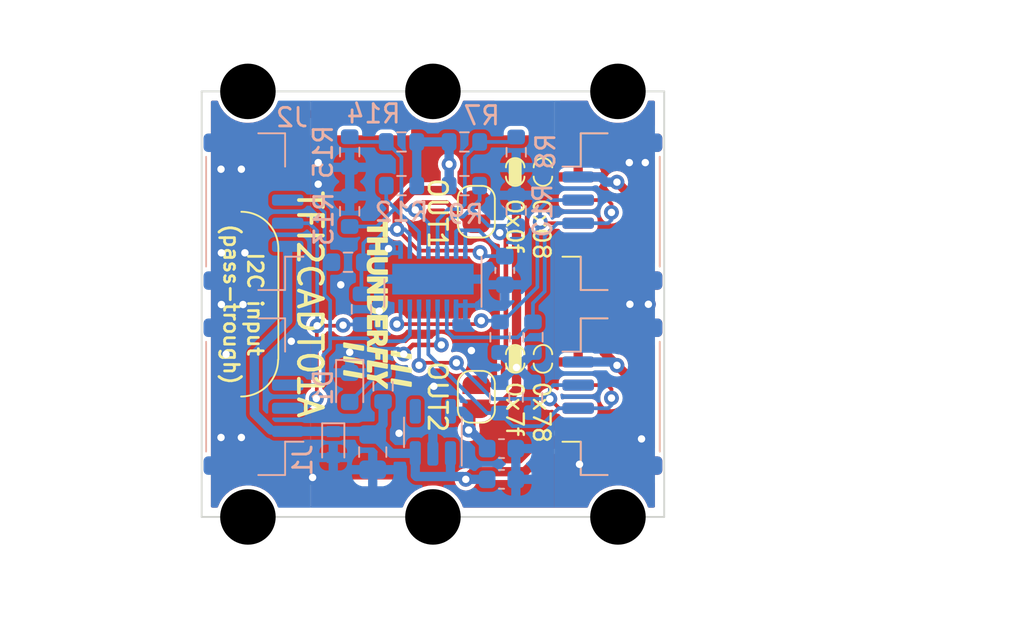
<source format=kicad_pcb>
(kicad_pcb (version 20211014) (generator pcbnew)
  (title_block (title "TFI2CEXT01A") (date "2022-03-24") (company "ThunderFly s.r.o.") (comment 1 "I2C address translator") (comment 2 "Jacho  <info@thunderfly.cz>"))
  (layers (0 "F.Cu" jumper) (31 "B.Cu" signal) (34 "B.Paste" user) (35 "F.Paste" user) (36 "B.SilkS" user "B.Silkscreen") (37 "F.SilkS" user "F.Silkscreen") (38 "B.Mask" user) (39 "F.Mask" user) (44 "Edge.Cuts" user))
  (net 0 "")
  (net 1 "GND")
  (net 2 "+3V3")
  (net 3 "+5V")
  (net 4 "/SDAin")
  (net 5 "/SCLin")
  (net 6 "Net-(D1-Pad2)")
  (net 7 "/SCLout1")
  (net 8 "/SDAout1")
  (net 9 "/SCLout2")
  (net 10 "/SDAout2")
  (net 11 "/XORL1")
  (net 12 "/XORL2")
  (net 13 "/XORH1")
  (net 14 "/XORH2")
  (footprint "Mlab_Mechanical:dira_3mm" (layer "F.Cu") (at 130.77 115.57)
    (fp_text reference "M3" hide)
    (fp_text value "HOLE" hide)
    (pad "" np_thru_hole circle (at 0 0) (size 3 3) (drill 3) (layers *.Mask))
  )
  (footprint "Mlab_Mechanical:dira_3mm" (layer "F.Cu") (at 130.77 92.57)
    (fp_text reference "M4" hide)
    (fp_text value "HOLE" hide)
    (pad "" np_thru_hole circle (at 0 0) (size 3 3) (drill 3) (layers *.Mask))
  )
  (footprint "Mlab_Mechanical:dira_3mm" (layer "F.Cu") (at 150.77 92.57)
    (fp_text reference "M5" hide)
    (fp_text value "HOLE" hide)
    (pad "" np_thru_hole circle (at 0 0) (size 3 3) (drill 3) (layers *.Mask))
  )
  (footprint "Jumper:SolderJumper-2_P1.3mm_Open_RoundedPad1.0x1.5mm" (layer "F.Cu") (at 143.116 109.076 -90)
    (fp_text reference "JP1" hide)
    (fp_text value "SolderJumper_2_Open")
    (pad "1" smd custom (at -0.65 0 270) (size 1 0.5) (layers "F.Cu" "F.Mask") (net 11 "/XORL1") (options (clearance outline) (anchor rect)) (primitives (gr_circle (center 0 0.25) (end 0.5 0.25) (width 0) (fill yes)) (gr_circle (center 0 -0.25) (end 0.5 -0.25) (width 0) (fill yes)) (gr_poly (pts (xy 0.5 0.75) (xy 0 0.75) (xy 0 -0.75) (xy 0.5 -0.75)) (width 0) (fill yes))))
    (pad "2" smd custom (at 0.65 0 270) (size 1 0.5) (layers "F.Cu" "F.Mask") (net 2 "+3V3") (options (clearance outline) (anchor rect)) (primitives (gr_circle (center 0 0.25) (end 0.5 0.25) (width 0) (fill yes)) (gr_circle (center 0 -0.25) (end 0.5 -0.25) (width 0) (fill yes)) (gr_poly (pts (xy 0 0.75) (xy -0.5 0.75) (xy -0.5 -0.75) (xy 0 -0.75)) (width 0) (fill yes))))
  )
  (footprint "Jumper:SolderJumper-2_P1.3mm_Open_RoundedPad1.0x1.5mm" (layer "F.Cu") (at 143.116 99.076 90)
    (fp_text reference "JP2" hide)
    (fp_text value "SolderJumper_2_Open")
    (pad "1" smd custom (at -0.65 0 90) (size 1 0.5) (layers "F.Cu" "F.Mask") (net 12 "/XORL2") (options (clearance outline) (anchor rect)) (primitives (gr_circle (center 0 0.25) (end 0.5 0.25) (width 0) (fill yes)) (gr_circle (center 0 -0.25) (end 0.5 -0.25) (width 0) (fill yes)) (gr_poly (pts (xy 0.5 0.75) (xy 0 0.75) (xy 0 -0.75) (xy 0.5 -0.75)) (width 0) (fill yes))))
    (pad "2" smd custom (at 0.65 0 90) (size 1 0.5) (layers "F.Cu" "F.Mask") (net 2 "+3V3") (options (clearance outline) (anchor rect)) (primitives (gr_circle (center 0 0.25) (end 0.5 0.25) (width 0) (fill yes)) (gr_circle (center 0 -0.25) (end 0.5 -0.25) (width 0) (fill yes)) (gr_poly (pts (xy 0 0.75) (xy -0.5 0.75) (xy -0.5 -0.75) (xy 0 -0.75)) (width 0) (fill yes))))
  )
  (footprint "MLAB_LOGA:TF 10x4,7" (layer "F.Cu") (at 137.7696 104.07 -90)
    (fp_text reference "G1" hide)
    (fp_text value "LOGO" hide)
  )
  (footprint "Mlab_Mechanical:dira_3mm" (layer "F.Cu") (at 140.77 92.57)
    (fp_text reference "M2" hide)
    (fp_text value "HOLE" hide)
    (pad "" np_thru_hole circle (at 0 0) (size 3 3) (drill 3) (layers *.Mask))
  )
  (footprint "Mlab_Mechanical:dira_3mm" (layer "F.Cu") (at 150.77 115.57)
    (fp_text reference "M6" hide)
    (fp_text value "HOLE" hide)
    (pad "" np_thru_hole circle (at 0 0) (size 3 3) (drill 3) (layers *.Mask))
  )
  (footprint "Connector_JST:JST_GH_SM04B-GHS-TB_1x04-1MP_P1.25mm_Horizontal" (layer "F.Cu") (at 150.47 99.07 90)
    (fp_text reference "J6" hide)
    (fp_text value "SM04B-GHS-TB")
    (pad "1" smd roundrect (at -1.875 -1.85 90) (size 0.6 1.7) (layers "F.Cu" "F.Paste" "F.Mask") (net 3 "+5V"))
    (pad "2" smd roundrect (at -0.625 -1.85 90) (size 0.6 1.7) (layers "F.Cu" "F.Paste" "F.Mask") (net 9 "/SCLout2"))
    (pad "3" smd roundrect (at 0.625 -1.85 90) (size 0.6 1.7) (layers "F.Cu" "F.Paste" "F.Mask") (net 10 "/SDAout2"))
    (pad "4" smd roundrect (at 1.875 -1.85 90) (size 0.6 1.7) (layers "F.Cu" "F.Paste" "F.Mask") (net 1 "GND"))
    (pad "MP" smd roundrect (at -3.725 1.35 90) (size 1 2.7) (layers "F.Cu" "F.Paste" "F.Mask") (net 1 "GND"))
    (pad "MP" smd roundrect (at 3.725 1.35 90) (size 1 2.7) (layers "F.Cu" "F.Paste" "F.Mask") (net 1 "GND"))
  )
  (footprint "Mlab_Mechanical:dira_3mm" (layer "F.Cu") (at 140.77 115.57)
    (fp_text reference "M1" hide)
    (fp_text value "HOLE" hide)
    (pad "" np_thru_hole circle (at 0 0) (size 3 3) (drill 3) (layers *.Mask))
  )
  (footprint "Connector_JST:JST_GH_SM04B-GHS-TB_1x04-1MP_P1.25mm_Horizontal" (layer "F.Cu") (at 150.47 109.07 90)
    (fp_text reference "J4" hide)
    (fp_text value "SM04B-GHS-TB" hide)
    (pad "1" smd roundrect locked (at -1.875 -1.85 90) (size 0.6 1.7) (layers "F.Cu" "F.Paste" "F.Mask") (net 3 "+5V"))
    (pad "2" smd roundrect locked (at -0.625 -1.85 90) (size 0.6 1.7) (layers "F.Cu" "F.Paste" "F.Mask") (net 7 "/SCLout1"))
    (pad "3" smd roundrect locked (at 0.625 -1.85 90) (size 0.6 1.7) (layers "F.Cu" "F.Paste" "F.Mask") (net 8 "/SDAout1"))
    (pad "4" smd roundrect locked (at 1.875 -1.85 90) (size 0.6 1.7) (layers "F.Cu" "F.Paste" "F.Mask") (net 1 "GND"))
    (pad "MP" smd roundrect locked (at -3.725 1.35 90) (size 1 2.7) (layers "F.Cu" "F.Paste" "F.Mask") (net 1 "GND"))
    (pad "MP" smd roundrect locked (at 3.725 1.35 90) (size 1 2.7) (layers "F.Cu" "F.Paste" "F.Mask") (net 1 "GND"))
  )
  (footprint "Resistor_SMD:R_0603_1608Metric" (layer "B.Cu") (at 142.47 95.3008 180)
    (fp_text reference "R7" (at -0.9384 1.4224) (layer "B.SilkS") (effects (justify mirror)))
    (fp_text value "-" hide)
    (pad "1" smd roundrect (at -0.825 0 180) (size 0.8 0.95) (layers "B.Cu" "B.Paste" "B.Mask") (net 13 "/XORH1"))
    (pad "2" smd roundrect (at 0.825 0 180) (size 0.8 0.95) (layers "B.Cu" "B.Paste" "B.Mask") (net 2 "+3V3"))
  )
  (footprint "LED_SMD:LED_0603_1608Metric" (layer "B.Cu") (at 136.27 108.57 -90)
    (fp_text reference "D1" (at 0 1.43 90) (layer "B.SilkS") (effects (justify mirror)))
    (fp_text value "LED GREEN" hide)
    (pad "1" smd roundrect (at -0.7875 0 270) (size 0.875 0.95) (layers "B.Cu" "B.Paste" "B.Mask") (net 1 "GND"))
    (pad "2" smd roundrect (at 0.7875 0 270) (size 0.875 0.95) (layers "B.Cu" "B.Paste" "B.Mask") (net 6 "Net-(D1-Pad2)"))
  )
  (footprint "Capacitor_SMD:C_0603_1608Metric" (layer "B.Cu") (at 144.4752 113.538)
    (fp_text reference "C2" hide)
    (fp_text value "100nF" hide)
    (pad "1" smd roundrect (at -0.775 0) (size 0.9 0.95) (layers "B.Cu" "B.Paste" "B.Mask") (net 3 "+5V"))
    (pad "2" smd roundrect (at 0.775 0) (size 0.9 0.95) (layers "B.Cu" "B.Paste" "B.Mask") (net 1 "GND"))
  )
  (footprint "Diode_SMD:D_SOD-523" (layer "B.Cu") (at 135.382 111.6584 -90)
    (fp_text reference "D2" hide)
    (fp_text value "BZX585-B5V6.115" hide)
    (pad "1" smd rect locked (at -0.7 0 90) (size 0.6 0.7) (layers "B.Cu" "B.Paste" "B.Mask") (net 3 "+5V"))
    (pad "2" smd rect locked (at 0.7 0 90) (size 0.6 0.7) (layers "B.Cu" "B.Paste" "B.Mask") (net 1 "GND"))
  )
  (footprint "Resistor_SMD:R_0603_1608Metric" (layer "B.Cu") (at 146.1516 109.1062 -90)
    (fp_text reference "R5" hide)
    (fp_text value "10k" hide)
    (pad "1" smd roundrect (at -0.825 0 270) (size 0.8 0.95) (layers "B.Cu" "B.Paste" "B.Mask") (net 2 "+3V3"))
    (pad "2" smd roundrect (at 0.825 0 270) (size 0.8 0.95) (layers "B.Cu" "B.Paste" "B.Mask") (net 7 "/SCLout1"))
  )
  (footprint "Resistor_SMD:R_0603_1608Metric" (layer "B.Cu") (at 144.399 105.855 90)
    (fp_text reference "R16" hide)
    (fp_text value "10k" hide)
    (pad "1" smd roundrect (at -0.825 0 90) (size 0.8 0.95) (layers "B.Cu" "B.Paste" "B.Mask") (net 2 "+3V3"))
    (pad "2" smd roundrect (at 0.825 0 90) (size 0.8 0.95) (layers "B.Cu" "B.Paste" "B.Mask") (net 9 "/SCLout2"))
  )
  (footprint "Capacitor_SMD:C_0603_1608Metric" (layer "B.Cu") (at 144.4752 111.876)
    (fp_text reference "C3" hide)
    (fp_text value "1uF" hide)
    (pad "1" smd roundrect (at -0.775 0) (size 0.9 0.95) (layers "B.Cu" "B.Paste" "B.Mask") (net 2 "+3V3"))
    (pad "2" smd roundrect (at 0.775 0) (size 0.9 0.95) (layers "B.Cu" "B.Paste" "B.Mask") (net 1 "GND"))
  )
  (footprint "Resistor_SMD:R_0603_1608Metric" (layer "B.Cu") (at 136.27 95.8474 -90)
    (fp_text reference "R15" (at 0 1.43 90) (layer "B.SilkS") (effects (justify mirror)))
    (fp_text value "1M" hide)
    (pad "1" smd roundrect (at -0.825 0 270) (size 0.8 0.95) (layers "B.Cu" "B.Paste" "B.Mask") (net 12 "/XORL2"))
    (pad "2" smd roundrect (at 0.825 0 270) (size 0.8 0.95) (layers "B.Cu" "B.Paste" "B.Mask") (net 1 "GND"))
  )
  (footprint "Resistor_SMD:R_0603_1608Metric" (layer "B.Cu") (at 139.07 97.663)
    (fp_text reference "R12" (at 0 1.43) (layer "B.SilkS") (effects (justify mirror)))
    (fp_text value "1M" hide)
    (pad "1" smd roundrect (at -0.825 0) (size 0.8 0.95) (layers "B.Cu" "B.Paste" "B.Mask") (net 14 "/XORH2"))
    (pad "2" smd roundrect (at 0.825 0) (size 0.8 0.95) (layers "B.Cu" "B.Paste" "B.Mask") (net 2 "+3V3"))
  )
  (footprint "Connector_JST:JST_GH_SM04B-GHS-TB_1x04-1MP_P1.25mm_Horizontal" (layer "B.Cu") (at 150.47 99.07 -90)
    (fp_text reference "J5" hide)
    (fp_text value "SM04B-GHS-TB" hide)
    (pad "1" smd roundrect (at -1.875 1.85 270) (size 0.6 1.7) (layers "B.Cu" "B.Paste" "B.Mask") (net 3 "+5V"))
    (pad "2" smd roundrect (at -0.625 1.85 270) (size 0.6 1.7) (layers "B.Cu" "B.Paste" "B.Mask") (net 9 "/SCLout2"))
    (pad "3" smd roundrect (at 0.625 1.85 270) (size 0.6 1.7) (layers "B.Cu" "B.Paste" "B.Mask") (net 10 "/SDAout2"))
    (pad "4" smd roundrect (at 1.875 1.85 270) (size 0.6 1.7) (layers "B.Cu" "B.Paste" "B.Mask") (net 1 "GND"))
    (pad "MP" smd roundrect (at 3.725 -1.35 270) (size 1 2.7) (layers "B.Cu" "B.Paste" "B.Mask") (net 1 "GND"))
    (pad "MP" smd roundrect (at -3.725 -1.35 270) (size 1 2.7) (layers "B.Cu" "B.Paste" "B.Mask") (net 1 "GND"))
  )
  (footprint "Resistor_SMD:R_0603_1608Metric" (layer "B.Cu") (at 145.27 95.8596 -90)
    (fp_text reference "R8" (at -0.0508 -1.5928 90) (layer "B.SilkS") (effects (justify mirror)))
    (fp_text value "180R" hide)
    (pad "1" smd roundrect (at -0.825 0 270) (size 0.8 0.95) (layers "B.Cu" "B.Paste" "B.Mask") (net 13 "/XORH1"))
    (pad "2" smd roundrect (at 0.825 0 270) (size 0.8 0.95) (layers "B.Cu" "B.Paste" "B.Mask") (net 1 "GND"))
  )
  (footprint "Connector_JST:JST_GH_SM04B-GHS-TB_1x04-1MP_P1.25mm_Horizontal" (layer "B.Cu") (at 131.07 109.07 90)
    (fp_text reference "J1" (at -3.436 2.661 90) (layer "B.SilkS") (effects (justify mirror)))
    (fp_text value "SM04B-GHS-TB" hide)
    (pad "1" smd roundrect locked (at -1.875 1.85 90) (size 0.6 1.7) (layers "B.Cu" "B.Paste" "B.Mask") (net 3 "+5V"))
    (pad "2" smd roundrect locked (at -0.625 1.85 90) (size 0.6 1.7) (layers "B.Cu" "B.Paste" "B.Mask") (net 5 "/SCLin"))
    (pad "3" smd roundrect locked (at 0.625 1.85 90) (size 0.6 1.7) (layers "B.Cu" "B.Paste" "B.Mask") (net 4 "/SDAin"))
    (pad "4" smd roundrect locked (at 1.875 1.85 90) (size 0.6 1.7) (layers "B.Cu" "B.Paste" "B.Mask") (net 1 "GND"))
    (pad "MP" smd roundrect locked (at 3.725 -1.35 90) (size 1 2.7) (layers "B.Cu" "B.Paste" "B.Mask") (net 1 "GND"))
    (pad "MP" smd roundrect locked (at -3.725 -1.35 90) (size 1 2.7) (layers "B.Cu" "B.Paste" "B.Mask") (net 1 "GND"))
  )
  (footprint "Resistor_SMD:R_0603_1608Metric" (layer "B.Cu") (at 139.07 95.3008)
    (fp_text reference "R14" (at -1.5036 -1.524) (layer "B.SilkS") (effects (justify mirror)))
    (fp_text value "887k" hide)
    (pad "1" smd roundrect (at -0.825 0) (size 0.8 0.95) (layers "B.Cu" "B.Paste" "B.Mask") (net 12 "/XORL2"))
    (pad "2" smd roundrect (at 0.825 0) (size 0.8 0.95) (layers "B.Cu" "B.Paste" "B.Mask") (net 2 "+3V3"))
  )
  (footprint "Package_TO_SOT_SMD:SOT-23-5" (layer "B.Cu") (at 140.7668 110.998 90)
    (fp_text reference "U1" hide)
    (fp_text value "MIC5504-3.3YM5" hide)
    (pad "1" smd roundrect locked (at -1.1375 0.95 90) (size 1.325 0.6) (layers "B.Cu" "B.Paste" "B.Mask") (net 3 "+5V"))
    (pad "2" smd roundrect locked (at -1.1375 0 90) (size 1.325 0.6) (layers "B.Cu" "B.Paste" "B.Mask") (net 1 "GND"))
    (pad "3" smd roundrect locked (at -1.1375 -0.95 90) (size 1.325 0.6) (layers "B.Cu" "B.Paste" "B.Mask") (net 3 "+5V"))
    (pad "4" smd roundrect locked (at 1.1375 -0.95 90) (size 1.325 0.6) (layers "B.Cu" "B.Paste" "B.Mask"))
    (pad "5" smd roundrect locked (at 1.1375 0.95 90) (size 1.325 0.6) (layers "B.Cu" "B.Paste" "B.Mask") (net 2 "+3V3"))
  )
  (footprint "Resistor_SMD:R_0603_1608Metric" (layer "B.Cu") (at 136.27 99.0478 90)
    (fp_text reference "R13" (at -0.4186 -1.396 90) (layer "B.SilkS") (effects (justify mirror)))
    (fp_text value "887k" hide)
    (pad "1" smd roundrect (at -0.825 0 90) (size 0.8 0.95) (layers "B.Cu" "B.Paste" "B.Mask") (net 14 "/XORH2"))
    (pad "2" smd roundrect (at 0.825 0 90) (size 0.8 0.95) (layers "B.Cu" "B.Paste" "B.Mask") (net 1 "GND"))
  )
  (footprint "Resistor_SMD:R_0603_1608Metric" (layer "B.Cu") (at 138.0744 108.5088 90)
    (fp_text reference "R1" hide)
    (fp_text value "180R" hide)
    (pad "1" smd roundrect (at -0.825 0 90) (size 0.8 0.95) (layers "B.Cu" "B.Paste" "B.Mask") (net 3 "+5V"))
    (pad "2" smd roundrect (at 0.825 0 90) (size 0.8 0.95) (layers "B.Cu" "B.Paste" "B.Mask") (net 6 "Net-(D1-Pad2)"))
  )
  (footprint "Resistor_SMD:R_0603_1608Metric" (layer "B.Cu") (at 144.3736 109.1306 -90)
    (fp_text reference "R6" hide)
    (fp_text value "10k" hide)
    (pad "1" smd roundrect (at -0.825 0 270) (size 0.8 0.95) (layers "B.Cu" "B.Paste" "B.Mask") (net 2 "+3V3"))
    (pad "2" smd roundrect (at 0.825 0 270) (size 0.8 0.95) (layers "B.Cu" "B.Paste" "B.Mask") (net 8 "/SDAout1"))
  )
  (footprint "Resistor_SMD:R_0603_1608Metric" (layer "B.Cu") (at 136.906 104.3432 -90)
    (fp_text reference "R2" hide)
    (fp_text value "10k" hide)
    (pad "1" smd roundrect (at -0.825 0 270) (size 0.8 0.95) (layers "B.Cu" "B.Paste" "B.Mask") (net 2 "+3V3"))
    (pad "2" smd roundrect (at 0.825 0 270) (size 0.8 0.95) (layers "B.Cu" "B.Paste" "B.Mask") (net 5 "/SCLin"))
  )
  (footprint "Resistor_SMD:R_0603_1608Metric" (layer "B.Cu") (at 142.47 97.663 180)
    (fp_text reference "R9" (at -0.0748 -1.5494) (layer "B.SilkS") (effects (justify mirror)))
    (fp_text value "887k" hide)
    (pad "1" smd roundrect (at -0.825 0 180) (size 0.8 0.95) (layers "B.Cu" "B.Paste" "B.Mask") (net 11 "/XORL1"))
    (pad "2" smd roundrect (at 0.825 0 180) (size 0.8 0.95) (layers "B.Cu" "B.Paste" "B.Mask") (net 2 "+3V3"))
  )
  (footprint "Resistor_SMD:R_0603_1608Metric" (layer "B.Cu") (at 136.1826 101.8032 180)
    (fp_text reference "R3" hide)
    (fp_text value "10k" hide)
    (pad "1" smd roundrect (at -0.825 0 180) (size 0.8 0.95) (layers "B.Cu" "B.Paste" "B.Mask") (net 2 "+3V3"))
    (pad "2" smd roundrect (at 0.825 0 180) (size 0.8 0.95) (layers "B.Cu" "B.Paste" "B.Mask") (net 4 "/SDAin"))
  )
  (footprint "Resistor_SMD:R_0603_1608Metric" (layer "B.Cu") (at 146.177 105.855 90)
    (fp_text reference "R17" hide)
    (fp_text value "10k" hide)
    (pad "1" smd roundrect (at -0.825 0 90) (size 0.8 0.95) (layers "B.Cu" "B.Paste" "B.Mask") (net 2 "+3V3"))
    (pad "2" smd roundrect (at 0.825 0 90) (size 0.8 0.95) (layers "B.Cu" "B.Paste" "B.Mask") (net 10 "/SDAout2"))
  )
  (footprint "Connector_JST:JST_GH_SM04B-GHS-TB_1x04-1MP_P1.25mm_Horizontal" (layer "B.Cu") (at 150.47 109.07 -90)
    (fp_text reference "J3" hide)
    (fp_text value "SM04B-GHS-TB" hide)
    (pad "1" smd roundrect locked (at -1.875 1.85 270) (size 0.6 1.7) (layers "B.Cu" "B.Paste" "B.Mask") (net 3 "+5V"))
    (pad "2" smd roundrect locked (at -0.625 1.85 270) (size 0.6 1.7) (layers "B.Cu" "B.Paste" "B.Mask") (net 7 "/SCLout1"))
    (pad "3" smd roundrect locked (at 0.625 1.85 270) (size 0.6 1.7) (layers "B.Cu" "B.Paste" "B.Mask") (net 8 "/SDAout1"))
    (pad "4" smd roundrect locked (at 1.875 1.85 270) (size 0.6 1.7) (layers "B.Cu" "B.Paste" "B.Mask") (net 1 "GND"))
    (pad "MP" smd roundrect locked (at 3.725 -1.35 270) (size 1 2.7) (layers "B.Cu" "B.Paste" "B.Mask") (net 1 "GND"))
    (pad "MP" smd roundrect locked (at -3.725 -1.35 270) (size 1 2.7) (layers "B.Cu" "B.Paste" "B.Mask") (net 1 "GND"))
  )
  (footprint "Connector_JST:JST_GH_SM04B-GHS-TB_1x04-1MP_P1.25mm_Horizontal" (layer "B.Cu") (at 131.07 99.07 90)
    (fp_text reference "J2" (at 5.09 2.0768) (layer "B.SilkS") (effects (justify mirror)))
    (fp_text value "SM04B-GHS-TB" hide)
    (pad "1" smd roundrect locked (at -1.875 1.85 90) (size 0.6 1.7) (layers "B.Cu" "B.Paste" "B.Mask") (net 3 "+5V"))
    (pad "2" smd roundrect locked (at -0.625 1.85 90) (size 0.6 1.7) (layers "B.Cu" "B.Paste" "B.Mask") (net 5 "/SCLin"))
    (pad "3" smd roundrect locked (at 0.625 1.85 90) (size 0.6 1.7) (layers "B.Cu" "B.Paste" "B.Mask") (net 4 "/SDAin"))
    (pad "4" smd roundrect locked (at 1.875 1.85 90) (size 0.6 1.7) (layers "B.Cu" "B.Paste" "B.Mask") (net 1 "GND"))
    (pad "MP" smd roundrect locked (at 3.725 -1.35 90) (size 1 2.7) (layers "B.Cu" "B.Paste" "B.Mask") (net 1 "GND"))
    (pad "MP" smd roundrect locked (at -3.725 -1.35 90) (size 1 2.7) (layers "B.Cu" "B.Paste" "B.Mask") (net 1 "GND"))
  )
  (footprint "Package_DFN_QFN:DFN-16-1EP_3x5mm_P0.5mm_EP1.66x4.4mm" (layer "B.Cu") (at 140.77 102.7176 -90)
    (fp_text reference "U2" hide)
    (fp_text value "LTC4317" hide)
    (pad "1" smd rect (at -1.425 1.75 270) (size 0.65 0.25) (layers "B.Cu" "B.Paste" "B.Mask") (net 1 "GND"))
    (pad "2" smd rect (at -1.425 1.25 270) (size 0.65 0.25) (layers "B.Cu" "B.Paste" "B.Mask") (net 2 "+3V3"))
    (pad "3" smd rect (at -1.425 0.75 270) (size 0.65 0.25) (layers "B.Cu" "B.Paste" "B.Mask") (net 14 "/XORH2"))
    (pad "4" smd rect (at -1.425 0.25 270) (size 0.65 0.25) (layers "B.Cu" "B.Paste" "B.Mask") (net 12 "/XORL2"))
    (pad "5" smd rect (at -1.425 -0.25 270) (size 0.65 0.25) (layers "B.Cu" "B.Paste" "B.Mask") (net 13 "/XORH1"))
    (pad "6" smd rect (at -1.425 -0.75 270) (size 0.65 0.25) (layers "B.Cu" "B.Paste" "B.Mask") (net 11 "/XORL1"))
    (pad "7" smd rect (at -1.425 -1.25 270) (size 0.65 0.25) (layers "B.Cu" "B.Paste" "B.Mask") (net 2 "+3V3"))
    (pad "8" smd rect (at -1.425 -1.75 270) (size 0.65 0.25) (layers "B.Cu" "B.Paste" "B.Mask") (net 2 "+3V3"))
    (pad "9" smd rect (at 1.425 -1.75 270) (size 0.65 0.25) (layers "B.Cu" "B.Paste" "B.Mask") (net 1 "GND"))
    (pad "10" smd rect (at 1.425 -1.25 270) (size 0.65 0.25) (layers "B.Cu" "B.Paste" "B.Mask") (net 1 "GND"))
    (pad "11" smd rect (at 1.425 -0.75 270) (size 0.65 0.25) (layers "B.Cu" "B.Paste" "B.Mask") (net 10 "/SDAout2"))
    (pad "12" smd rect (at 1.425 -0.25 270) (size 0.65 0.25) (layers "B.Cu" "B.Paste" "B.Mask") (net 4 "/SDAin"))
    (pad "13" smd rect (at 1.425 0.25 270) (size 0.65 0.25) (layers "B.Cu" "B.Paste" "B.Mask") (net 8 "/SDAout1"))
    (pad "14" smd rect (at 1.425 0.75 270) (size 0.65 0.25) (layers "B.Cu" "B.Paste" "B.Mask") (net 7 "/SCLout1"))
    (pad "15" smd rect (at 1.425 1.25 270) (size 0.65 0.25) (layers "B.Cu" "B.Paste" "B.Mask") (net 5 "/SCLin"))
    (pad "16" smd rect (at 1.425 1.75 270) (size 0.65 0.25) (layers "B.Cu" "B.Paste" "B.Mask") (net 9 "/SCLout2"))
    (pad "17" smd rect (at 0 0 270) (size 1.66 4.4) (layers "B.Cu" "B.Mask") (net 1 "GND"))
  )
  (footprint "Capacitor_SMD:C_0805_2012Metric" (layer "B.Cu") (at 137.5156 112.0648 -90)
    (fp_text reference "C1" hide)
    (fp_text value "10uF" hide)
    (pad "1" smd roundrect (at -0.95 0 270) (size 1 1.45) (layers "B.Cu" "B.Paste" "B.Mask") (net 3 "+5V"))
    (pad "2" smd roundrect (at 0.95 0 270) (size 1 1.45) (layers "B.Cu" "B.Paste" "B.Mask") (net 1 "GND"))
  )
  (footprint "Resistor_SMD:R_0603_1608Metric" (layer "B.Cu") (at 145.27 99.0092 90)
    (fp_text reference "R10" (at 0 1.43 90) (layer "B.SilkS") (effects (justify mirror)))
    (fp_text value "1M" hide)
    (pad "1" smd roundrect (at -0.825 0 90) (size 0.8 0.95) (layers "B.Cu" "B.Paste" "B.Mask") (net 11 "/XORL1"))
    (pad "2" smd roundrect (at 0.825 0 90) (size 0.8 0.95) (layers "B.Cu" "B.Paste" "B.Mask") (net 1 "GND"))
  )
  (footprint "Capacitor_SMD:C_0603_1608Metric" (layer "B.Cu") (at 144.653 102.248 -90)
    (fp_text reference "C4" hide)
    (fp_text value "100nF" hide)
    (pad "1" smd roundrect (at -0.775 0 270) (size 0.9 0.95) (layers "B.Cu" "B.Paste" "B.Mask") (net 2 "+3V3"))
    (pad "2" smd roundrect (at 0.775 0 270) (size 0.9 0.95) (layers "B.Cu" "B.Paste" "B.Mask") (net 1 "GND"))
  )
  (gr_rect (start 144.916 106.376) (end 145.516 107.676) (layer "F.SilkS") (width 0.1) (fill solid))
  (gr_arc (start 145.716 97.176) (mid 145.216 97.676) (end 144.716 97.176) (layer "F.SilkS") (width 0.1))
  (gr_arc (start 130.416001 99.076) (mid 131.830214 99.661787) (end 132.416001 101.076) (layer "F.SilkS") (width 0.1))
  (gr_arc (start 146.216 96.676) (mid 146.716 96.176) (end 147.216 96.676) (layer "F.SilkS") (width 0.1))
  (gr_arc (start 144.716 106.776) (mid 145.216 106.276) (end 145.716 106.776) (layer "F.SilkS") (width 0.1))
  (gr_arc (start 146.216 106.776) (mid 146.716 106.276) (end 147.216 106.776) (layer "F.SilkS") (width 0.1))
  (gr_arc (start 147.216 107.276) (mid 146.716 107.776) (end 146.216 107.276) (layer "F.SilkS") (width 0.1))
  (gr_line (start 132.416 107.061786) (end 132.416001 101.090213) (layer "F.SilkS") (width 0.1))
  (gr_arc (start 144.716 96.676) (mid 145.216 96.176) (end 145.716 96.676) (layer "F.SilkS") (width 0.1))
  (gr_arc (start 145.716 107.276) (mid 145.216 107.776) (end 144.716 107.276) (layer "F.SilkS") (width 0.1))
  (gr_rect (start 144.916 96.276) (end 145.516 97.576) (layer "F.SilkS") (width 0.1) (fill solid))
  (gr_arc (start 147.216 97.176) (mid 146.716 97.676) (end 146.216 97.176) (layer "F.SilkS") (width 0.1))
  (gr_arc (start 132.401786 107.061787) (mid 131.816 108.476001) (end 130.401786 109.061787) (layer "F.SilkS") (width 0.1))
  (gr_line (start 128.27 92.57) (end 153.27 92.57) (layer "Edge.Cuts") (width 0.1))
  (gr_line locked (start 153.27 92.57) (end 153.27 115.57) (layer "Edge.Cuts") (width 0.1))
  (gr_line locked (start 128.27 92.57) (end 128.27 115.57) (layer "Edge.Cuts") (width 0.1))
  (gr_line locked (start 128.27 115.57) (end 153.27 115.57) (layer "Edge.Cuts") (width 0.1))
  (gr_text "2022" (at 145.87 93.7768 180) (layer "F.Cu") (effects (font (size 0.7 0.68) (thickness 0.17) bold)))
  (gr_text "thunderfly.cz" (at 135.87 93.7768 180) (layer "F.Cu") (effects (font (size 0.7 0.68) (thickness 0.17) bold)))
  (gr_text "TFI2CADT01A" (at 135.77 114.6048) (layer "F.Cu") (effects (font (size 0.6 0.6) (thickness 0.15) bold)))
  (gr_text "OUT1" (at 141.016 99.176 270) (layer "F.SilkS") (effects (font (size 1 1))))
  (gr_text "I2C input\n(pass-trough)" (at 130.516 104.076 270) (layer "F.SilkS") (effects (font (size 0.8 0.8) (thickness 0.15) bold)))
  (gr_text "0x78\n0x7f" (at 145.916 108.176 270) (layer "F.SilkS") (effects (font (size 0.9 0.9) (thickness 0.13)) (justify left)))
  (gr_text "OUT2\n" (at 141.016 109.076 270) (layer "F.SilkS") (effects (font (size 1 1))))
  (gr_text "TFI2CADT01A" (at 134.116 104.076 270) (layer "F.SilkS") (effects (font (size 1.3 1.3) (thickness 0.2))))
  (gr_text "0x08\n0x0f" (at 145.916 98.276 270) (layer "F.SilkS") (effects (font (size 0.9 0.9) (thickness 0.13)) (justify left)))
  (via (at 130.416 96.776) (size 0.8) (drill 0.4) (layers "F.Cu" "B.Cu") (net 1))
  (via (at 130.416 111.276) (size 0.8) (drill 0.4) (layers "F.Cu" "B.Cu") (net 1))
  (via (at 129.3368 104.0892) (size 0.8) (drill 0.4) (layers "F.Cu" "B.Cu") (net 1))
  (via (at 137.8712 104.4448) (size 0.8) (drill 0.4) (layers "F.Cu" "B.Cu") (net 1))
  (via (at 133.116 106.076) (size 0.8) (drill 0.4) (layers "F.Cu" "B.Cu") (net 1))
  (via (at 138.37 101.07) (size 0.8) (drill 0.4) (layers "F.Cu" "B.Cu") (net 1))
  (via (at 129.316 111.276) (size 0.8) (drill 0.4) (layers "F.Cu" "B.Cu") (net 1))
  (via (at 151.384 96.4184) (size 0.8) (drill 0.4) (layers "F.Cu" "B.Cu") (net 1))
  (via (at 152.2476 96.4184) (size 0.8) (drill 0.4) (layers "F.Cu" "B.Cu") (net 1))
  (via (at 148.6916 112.7252) (size 0.8) (drill 0.4) (layers "F.Cu" "B.Cu") (net 1))
  (via (at 134.5692 97.5868) (size 0.8) (drill 0.4) (layers "F.Cu" "B.Cu") (net 1))
  (via (at 129.316 96.776) (size 0.8) (drill 0.4) (layers "F.Cu" "B.Cu") (net 1))
  (via (at 134.5692 96.4184) (size 0.8) (drill 0.4) (layers "F.Cu" "B.Cu") (net 1))
  (via (at 129.5908 106.7816) (size 0.8) (drill 0.4) (layers "F.Cu" "B.Cu") (net 1))
  (via (at 135.7884 103.0224) (size 0.8) (drill 0.4) (layers "F.Cu" "B.Cu") (net 1))
  (via (at 136.27 106.67) (size 0.8) (drill 0.4) (layers "F.Cu" "B.Cu") (net 1))
  (via (at 140.8176 108.5088) (size 0.8) (drill 0.4) (layers "F.Cu" "B.Cu") (net 1))
  (via (at 152.0444 111.3536) (size 0.8) (drill 0.4) (layers "F.Cu" "B.Cu") (net 1))
  (via (at 130.6068 101.2952) (size 0.8) (drill 0.4) (layers "F.Cu" "B.Cu") (net 1))
  (via (at 142.8496 106.5784) (size 0.8) (drill 0.4) (layers "F.Cu" "B.Cu") (net 1))
  (via (at 151.416 104.076) (size 0.8) (drill 0.4) (layers "F.Cu" "B.Cu") (net 1))
  (via (at 138.938 111.0488) (size 0.8) (drill 0.4) (layers "F.Cu" "B.Cu") (net 1))
  (via (at 152.416 104.076) (size 0.8) (drill 0.4) (layers "F.Cu" "B.Cu") (net 1))
  (via (at 129.3368 101.2952) (size 0.8) (drill 0.4) (layers "F.Cu" "B.Cu") (net 1))
  (via (at 134.2644 113.4364) (size 0.8) (drill 0.4) (layers "F.Cu" "B.Cu") (net 1))
  (via (at 130.5052 104.0892) (size 0.8) (drill 0.4) (layers "F.Cu" "B.Cu") (net 1))
  (segment (start 138.67 100.77) (end 138.37 101.07) (width 0.25) (layer "B.Cu") (net 1))
  (segment (start 142.47 105.27) (end 142.52 105.22) (width 0.25) (layer "B.Cu") (net 1))
  (segment (start 138.97 100.77) (end 138.67 100.77) (width 0.25) (layer "B.Cu") (net 1))
  (segment (start 139.02 101.2926) (end 139.02 100.82) (width 0.25) (layer "B.Cu") (net 1))
  (segment (start 142.52 105.22) (end 142.52 104.1426) (width 0.25) (layer "B.Cu") (net 1))
  (segment (start 142.02 104.1426) (end 142.02 105.22) (width 0.25) (layer "B.Cu") (net 1))
  (segment (start 139.02 100.82) (end 138.97 100.77) (width 0.25) (layer "B.Cu") (net 1))
  (segment (start 142.02 105.22) (end 142.07 105.27) (width 0.25) (layer "B.Cu") (net 1))
  (segment (start 142.07 105.27) (end 142.47 105.27) (width 0.25) (layer "B.Cu") (net 1))
  (segment (start 138.8364 98.754209) (end 139.664609 97.926) (width 0.5) (layer "F.Cu") (net 2))
  (segment (start 145.288 108.704) (end 144.266 109.726) (width 0.5) (layer "F.Cu") (net 2))
  (segment (start 142.8177 110.757011) (end 142.8177 109.9631) (width 0.5) (layer "F.Cu") (net 2))
  (segment (start 139.664609 97.926) (end 141.766 97.926) (width 0.5) (layer "F.Cu") (net 2))
  (segment (start 142.366 98.426) (end 141.866 97.926) (width 0.5) (layer "F.Cu") (net 2))
  (segment (start 144.266 109.726) (end 143.116 109.726) (width 0.5) (layer "F.Cu") (net 2))
  (segment (start 145.288 101.092) (end 145.288 99.148) (width 0.5) (layer "F.Cu") (net 2))
  (segment (start 141.645 97.805) (end 141.766 97.926) (width 0.5) (layer "F.Cu") (net 2))
  (segment (start 143.316 101.176) (end 139.9872 101.176) (width 0.2) (layer "F.Cu") (net 2))
  (segment (start 145.288 99.148) (end 144.566 98.426) (width 0.5) (layer "F.Cu") (net 2))
  (segment (start 141.645 96.505) (end 141.645 97.805) (width 0.5) (layer "F.Cu") (net 2))
  (segment (start 145.288 107.4928) (end 145.288 108.704) (width 0.5) (layer "F.Cu") (net 2))
  (segment (start 142.699777 110.874934) (end 142.8177 110.757011) (width 0.5) (layer "F.Cu") (net 2))
  (segment (start 143.116 98.426) (end 142.366 98.426) (width 0.5) (layer "F.Cu") (net 2))
  (segment (start 144.566 98.426) (end 143.116 98.426) (width 0.5) (layer "F.Cu") (net 2))
  (segment (start 145.288 107.4928) (end 145.288 101.092) (width 0.5) (layer "F.Cu") (net 2))
  (segment (start 138.8364 100.0252) (end 138.8364 98.754209) (width 0.5) (layer "F.Cu") (net 2))
  (segment (start 139.9872 101.176) (end 138.8364 100.0252) (width 0.2) (layer "F.Cu") (net 2))
  (segment (start 141.866 97.926) (end 141.766 97.926) (width 0.5) (layer "F.Cu") (net 2))
  (via (at 142.699777 110.874934) (size 0.8) (drill 0.4) (layers "F.Cu" "B.Cu") (net 2))
  (via (at 141.645 96.505) (size 0.8) (drill 0.4) (layers "F.Cu" "B.Cu") (net 2))
  (via (at 145.288 107.4928) (size 0.8) (drill 0.4) (layers "F.Cu" "B.Cu") (net 2))
  (via (at 138.8364 100.0252) (size 0.8) (drill 0.4) (layers "F.Cu" "B.Cu") (net 2))
  (via (at 143.316 101.276) (size 0.8) (drill 0.4) (layers "F.Cu" "B.Cu") (net 2))
  (segment (start 143.613 101.473) (end 143.316 101.176) (width 0.2) (layer "B.Cu") (net 2))
  (segment (start 139.895 95.3008) (end 139.895 97.663) (width 0.5) (layer "B.Cu") (net 2))
  (segment (start 142.764334 110.874934) (end 142.699777 110.874934) (width 0.5) (layer "B.Cu") (net 2))
  (segment (start 138.2776 100.0252) (end 138.8364 100.0252) (width 0.2) (layer "B.Cu") (net 2))
  (segment (start 142.52 100.1516) (end 142.5956 100.076) (width 0.2) (layer "B.Cu") (net 2))
  (segment (start 137.2616 100.5332) (end 137.7696 100.5332) (width 0.2) (layer "B.Cu") (net 2))
  (segment (start 142.699777 110.874934) (end 142.699777 110.187777) (width 0.5) (layer "B.Cu") (net 2))
  (segment (start 145.1864 107.4928) (end 144.3736 108.3056) (width 0.5) (layer "B.Cu") (net 2))
  (segment (start 144.653 101.473) (end 143.613 101.473) (width 0.2) (layer "B.Cu") (net 2))
  (segment (start 145.288 107.4928) (end 145.1864 107.4928) (width 0.5) (layer "B.Cu") (net 2))
  (segment (start 142.5956 100.076) (end 143.256 100.076) (width 0.2) (layer "B.Cu") (net 2))
  (segment (start 145.3632 107.4928) (end 146.1516 108.2812) (width 0.5) (layer "B.Cu") (net 2))
  (segment (start 142.0876 100.076) (end 142.5956 100.076) (width 0.2) (layer "B.Cu") (net 2))
  (segment (start 137.7696 100.5332) (end 138.2776 100.0252) (width 0.2) (layer "B.Cu") (net 2))
  (segment (start 142.02 100.48) (end 142.02 100.1436) (width 0.2) (layer "B.Cu") (net 2))
  (segment (start 141.645 95.3008) (end 139.895 95.3008) (width 0.5) (layer "B.Cu") (net 2))
  (segment (start 137.0076 101.8032) (end 137.0076 100.7872) (width 0.2) (layer "B.Cu") (net 2))
  (segment (start 141.645 95.3008) (end 141.645 96.505) (width 0.5) (layer "B.Cu") (net 2))
  (segment (start 141.645 96.505) (end 141.645 97.663) (width 0.5) (layer "B.Cu") (net 2))
  (segment (start 145.3642 107.4928) (end 146.177 106.68) (width 0.5) (layer "B.Cu") (net 2))
  (segment (start 145.288 107.4928) (end 145.3632 107.4928) (width 0.5) (layer "B.Cu") (net 2))
  (segment (start 142.02 101.2926) (end 142.02 100.48) (width 0.2) (layer "B.Cu") (net 2))
  (segment (start 145.2118 107.4928) (end 144.399 106.68) (width 0.5) (layer "B.Cu") (net 2))
  (segment (start 139.2428 100.0252) (end 138.8364 100.0252) (width 0.2) (layer "B.Cu") (net 2))
  (segment (start 137.0076 100.7872) (end 137.2616 100.5332) (width 0.2) (layer "B.Cu") (net 2))
  (segment (start 136.906 103.5182) (end 136.906 101.9048) (width 0.2) (layer "B.Cu") (net 2))
  (segment (start 145.288 107.4928) (end 145.3642 107.4928) (width 0.5) (layer "B.Cu") (net 2))
  (segment (start 136.906 101.9048) (end 137.0076 101.8032) (width 0.2) (layer "B.Cu") (net 2))
  (segment (start 142.02 100.1436) (end 142.0876 100.076) (width 0.2) (layer "B.Cu") (net 2))
  (segment (start 143.256 100.076) (end 144.653 101.473) (width 0.2) (layer "B.Cu") (net 2))
  (segment (start 142.3725 109.8605) (end 141.7168 109.8605) (width 0.5) (layer "B.Cu") (net 2))
  (segment (start 145.288 107.4928) (end 145.2118 107.4928) (width 0.5) (layer "B.Cu") (net 2))
  (segment (start 142.52 101.2926) (end 142.52 100.1516) (width 0.2) (layer "B.Cu") (net 2))
  (segment (start 139.52 101.2926) (end 139.52 100.3024) (width 0.2) (layer "B.Cu") (net 2))
  (segment (start 142.699777 110.187777) (end 142.3725 109.8605) (width 0.5) (layer "B.Cu") (net 2))
  (segment (start 143.7002 111.8108) (end 142.764334 110.874934) (width 0.5) (layer "B.Cu") (net 2))
  (segment (start 139.52 100.3024) (end 139.2428 100.0252) (width 0.2) (layer "B.Cu") (net 2))
  (segment (start 151.0284 110.9472) (end 151.384 110.5916) (width 0.5) (layer "F.Cu") (net 3))
  (segment (start 147.911421 110.945) (end 148.62 110.945) (width 0.5) (layer "F.Cu") (net 3))
  (segment (start 150.716 107.376) (end 150.02048 106.68048) (width 0.5) (layer "F.Cu") (net 3))
  (segment (start 145.730902 113.12552) (end 147.911421 110.945) (width 0.5) (layer "F.Cu") (net 3))
  (segment (start 150.0178 100.945) (end 151.094422 100.945) (width 0.5) (layer "F.Cu") (net 3))
  (segment (start 149.821891 110.9472) (end 151.0284 110.9472) (width 0.5) (layer "F.Cu") (net 3))
  (segment (start 150.02048 100.94768) (end 150.0178 100.945) (width 0.5) (layer "F.Cu") (net 3))
  (segment (start 151.420711 100.618711) (end 151.420711 98.180711) (width 0.5) (layer "F.Cu") (net 3))
  (segment (start 151.384 110.5916) (end 151.384 108.044) (width 0.5) (layer "F.Cu") (net 3))
  (segment (start 142.95728 113.12552) (end 145.730902 113.12552) (width 0.5) (layer "F.Cu") (net 3))
  (segment (start 149.819691 110.945) (end 149.821891 110.9472) (width 0.5) (layer "F.Cu") (net 3))
  (segment (start 151.094422 100.945) (end 151.420711 100.618711) (width 0.5) (layer "F.Cu") (net 3))
  (segment (start 151.420711 98.180711) (end 150.716 97.476) (width 0.5) (layer "F.Cu") (net 3))
  (segment (start 150.02048 106.68048) (end 150.02048 100.94768) (width 0.5) (layer "F.Cu") (net 3))
  (segment (start 151.384 108.044) (end 150.716 107.376) (width 0.5) (layer "F.Cu") (net 3))
  (segment (start 148.62 100.945) (end 150.0178 100.945) (width 0.5) (layer "F.Cu") (net 3))
  (segment (start 142.5448 113.538) (end 142.95728 113.12552) (width 0.5) (layer "F.Cu") (net 3))
  (segment (start 148.62 110.945) (end 149.819691 110.945) (width 0.5) (layer "F.Cu") (net 3))
  (via (at 150.716 97.476) (size 0.8) (drill 0.4) (layers "F.Cu" "B.Cu") (net 3))
  (via (at 150.716 107.376) (size 0.8) (drill 0.4) (layers "F.Cu" "B.Cu") (net 3))
  (via (at 142.5448 113.538) (size 0.8) (drill 0.4) (layers "F.Cu" "B.Cu") (net 3))
  (segment (start 142.3924 113.3856) (end 142.5448 113.538) (width 0.5) (layer "B.Cu") (net 3))
  (segment (start 141.7168 113.3196) (end 141.7828 113.3856) (width 0.5) (layer "B.Cu") (net 3))
  (segment (start 150.716 97.476) (end 150.11696 97.476) (width 0.5) (layer "B.Cu") (net 3))
  (segment (start 139.8168 112.1355) (end 139.8168 113.3196) (width 0.5) (layer "B.Cu") (net 3))
  (segment (start 139.8168 112.1355) (end 138.5363 112.1355) (width 0.5) (layer "B.Cu") (net 3))
  (segment (start 134.4146 110.945) (end 137.3458 110.945) (width 0.5) (layer "B.Cu") (net 3))
  (segment (start 143.7002 113.538) (end 142.5448 113.538) (width 0.5) (layer "B.Cu") (net 3))
  (segment (start 138.5363 112.1355) (end 137.5156 111.1148) (width 0.5) (layer "B.Cu") (net 3))
  (segment (start 132.92 100.945) (end 132.92 104.972) (width 0.5) (layer "B.Cu") (net 3))
  (segment (start 138.0744 110.556) (end 137.5156 111.1148) (width 0.5) (layer "B.Cu") (net 3))
  (segment (start 139.8828 113.3856) (end 141.7828 113.3856) (width 0.5) (layer "B.Cu") (net 3))
  (segment (start 150.11696 97.476) (end 149.83596 97.195) (width 0.5) (layer "B.Cu") (net 3))
  (segment (start 137.3458 110.945) (end 137.5156 111.1148) (width 0.5) (layer "B.Cu") (net 3))
  (segment (start 138.0744 109.3338) (end 138.0744 110.556) (width 0.5) (layer "B.Cu") (net 3))
  (segment (start 139.8168 113.3196) (end 139.8828 113.3856) (width 0.5) (layer "B.Cu") (net 3))
  (segment (start 148.62 97.195) (end 149.83596 97.195) (width 0.5) (layer "B.Cu") (net 3))
  (segment (start 150.535 107.195) (end 150.716 107.376) (width 0.5) (layer "B.Cu") (net 3))
  (segment (start 141.7168 112.1355) (end 141.7168 113.3196) (width 0.5) (layer "B.Cu") (net 3))
  (segment (start 132.92 110.945) (end 134.4146 110.945) (width 0.5) (layer "B.Cu") (net 3))
  (segment (start 131.116 109.976) (end 132.016 110.876) (width 0.5) (layer "B.Cu") (net 3))
  (segment (start 131.116 106.776) (end 131.116 109.976) (width 0.5) (layer "B.Cu") (net 3))
  (segment (start 141.7828 113.3856) (end 142.3924 113.3856) (width 0.5) (layer "B.Cu") (net 3))
  (segment (start 148.62 107.195) (end 150.535 107.195) (width 0.5) (layer "B.Cu") (net 3))
  (segment (start 132.92 104.972) (end 131.116 106.776) (width 0.5) (layer "B.Cu") (net 3))
  (segment (start 139.192 106.7699) (end 139.6883 106.2736) (width 0.25) (layer "F.Cu") (net 4))
  (segment (start 139.6883 106.2736) (end 141.224 106.2736) (width 0.25) (layer "F.Cu") (net 4))
  (via (at 139.192 106.7699) (size 0.8) (drill 0.4) (layers "F.Cu" "B.Cu") (net 4))
  (via (at 141.224 106.2736) (size 0.8) (drill 0.4) (layers "F.Cu" "B.Cu") (net 4))
  (segment (start 135.212529 106.456771) (end 135.1925 106.4768) (width 0.2) (layer "B.Cu") (net 4))
  (segment (start 137.763394 106.4768) (end 137.199123 105.912529) (width 0.2) (layer "B.Cu") (net 4))
  (segment (start 132.92 108.445) (end 134.633 108.445) (width 0.2) (layer "B.Cu") (net 4))
  (segment (start 134.912537 99.112537) (end 134.245 98.445) (width 0.2) (layer "B.Cu") (net 4))
  (segment (start 134.245 98.445) (end 132.92 98.445) (width 0.2) (layer "B.Cu") (net 4))
  (segment (start 141.02 104.1426) (end 141.02 106.0696) (width 0.2) (layer "B.Cu") (net 4))
  (segment (start 139.192 106.7699) (end 138.8989 106.4768) (width 0.2) (layer "B.Cu") (net 4))
  (segment (start 135.212529 103.881191) (end 134.912538 103.5812) (width 0.2) (layer "B.Cu") (net 4))
  (segment (start 141.02 106.0696) (end 141.224 106.2736) (width 0.2) (layer "B.Cu") (net 4))
  (segment (start 135.1925 106.4768) (end 134.8486 106.8207) (width 0.2) (layer "B.Cu") (net 4))
  (segment (start 134.912538 103.5812) (end 134.912537 99.112537) (width 0.2) (layer "B.Cu") (net 4))
  (segment (start 134.7216 108.3564) (end 134.8486 108.2294) (width 0.2) (layer "B.Cu") (net 4))
  (segment (start 137.199123 105.912529) (end 135.212529 105.912529) (width 0.2) (layer "B.Cu") (net 4))
  (segment (start 134.633 108.445) (end 134.7216 108.3564) (width 0.2) (layer "B.Cu") (net 4))
  (segment (start 134.8486 106.8207) (end 134.8486 108.2294) (width 0.2) (layer "B.Cu") (net 4))
  (segment (start 135.212529 105.912529) (end 135.212529 103.881191) (width 0.2) (layer "B.Cu") (net 4))
  (segment (start 135.212529 105.912529) (end 135.212529 106.456771) (width 0.2) (layer "B.Cu") (net 4))
  (segment (start 138.8989 106.4768) (end 137.763394 106.4768) (width 0.2) (layer "B.Cu") (net 4))
  (segment (start 134.493 105.255803) (end 134.493 109.1438) (width 0.2) (layer "F.Cu") (net 5))
  (segment (start 135.883044 105.235785) (end 134.513018 105.235785) (width 0.2) (layer "F.Cu") (net 5))
  (segment (start 135.912029 105.2068) (end 135.883044 105.235785) (width 0.2) (layer "F.Cu") (net 5))
  (segment (start 134.513018 105.235785) (end 134.493 105.255803) (width 0.2) (layer "F.Cu") (net 5))
  (segment (start 134.493 109.1438) (end 134.4676 109.1692) (width 0.2) (layer "F.Cu") (net 5))
  (via (at 134.4676 109.1692) (size 0.8) (drill 0.4) (layers "F.Cu" "B.Cu") (net 5))
  (via (at 135.912029 105.2068) (size 0.8) (drill 0.4) (layers "F.Cu" "B.Cu") (net 5))
  (via (at 134.513018 105.235785) (size 0.8) (drill 0.4) (layers "F.Cu" "B.Cu") (net 5))
  (segment (start 137.922 106.0704) (end 139.192 106.0704) (width 0.2) (layer "B.Cu") (net 5))
  (segment (start 134.0866 99.695) (end 132.92 99.695) (width 0.2) (layer "B.Cu") (net 5))
  (segment (start 132.92 109.695) (end 133.9418 109.695) (width 0.2) (layer "B.Cu") (net 5))
  (segment (start 136.906 105.1682) (end 135.950629 105.1682) (width 0.2) (layer "B.Cu") (net 5))
  (segment (start 133.9418 109.695) (end 134.4676 109.1692) (width 0.2) (layer "B.Cu") (net 5))
  (segment (start 136.906 105.1682) (end 137.0198 105.1682) (width 0.2) (layer "B.Cu") (net 5))
  (segment (start 139.192 106.0704) (end 139.52 105.7424) (width 0.2) (layer "B.Cu") (net 5))
  (segment (start 139.52 105.7424) (end 139.52 104.1426) (width 0.2) (layer "B.Cu") (net 5))
  (segment (start 134.513018 100.121418) (end 134.0866 99.695) (width 0.2) (layer "B.Cu") (net 5))
  (segment (start 134.513018 105.235785) (end 134.513018 100.121418) (width 0.2) (layer "B.Cu") (net 5))
  (segment (start 137.0198 105.1682) (end 137.922 106.0704) (width 0.2) (layer "B.Cu") (net 5))
  (segment (start 135.950629 105.1682) (end 135.912029 105.2068) (width 0.2) (layer "B.Cu") (net 5))
  (segment (start 137.9437 107.6838) (end 136.27 109.3575) (width 0.2) (layer "B.Cu") (net 6))
  (segment (start 138.0744 107.6838) (end 137.9437 107.6838) (width 0.2) (layer "B.Cu") (net 6))
  (segment (start 148.62 109.695) (end 147.593297 109.695) (width 0.2) (layer "F.Cu") (net 7))
  (segment (start 142.0368 107.2388) (end 140.1572 107.2388) (width 0.2) (layer "F.Cu") (net 7))
  (segment (start 147.593297 109.695) (end 147.086787 109.18849) (width 0.2) (layer "F.Cu") (net 7))
  (segment (start 140.1572 107.2388) (end 140.02 107.376) (width 0.2) (layer "F.Cu") (net 7))
  (via (at 140.02 107.376) (size 0.8) (drill 0.4) (layers "F.Cu" "B.Cu") (net 7))
  (via (at 142.0368 107.2388) (size 0.8) (drill 0.4) (layers "F.Cu" "B.Cu") (net 7))
  (via (at 147.086787 109.18849) (size 0.8) (drill 0.4) (layers "F.Cu" "B.Cu") (net 7))
  (segment (start 147.086787 108.640413) (end 147.086787 109.18849) (width 0.2) (layer "B.Cu") (net 7))
  (segment (start 146.1516 109.9312) (end 146.1516 109.20778) (width 0.2) (layer "B.Cu") (net 7))
  (segment (start 147.2822 108.445) (end 147.086787 108.640413) (width 0.2) (layer "B.Cu") (net 7))
  (segment (start 147.086787 109.18849) (end 146.13231 109.18849) (width 0.2) (layer "B.Cu") (net 7))
  (segment (start 140.02 104.1426) (end 140.02 107.376) (width 0.2) (layer "B.Cu") (net 7))
  (segment (start 148.62 108.445) (end 147.2822 108.445) (width 0.2) (layer "B.Cu") (net 7))
  (segment (start 143.98649 109.18849) (end 146.13231 109.18849) (width 0.2) (layer "B.Cu") (net 7))
  (segment (start 146.1516 109.20778) (end 146.13231 109.18849) (width 0.2) (layer "B.Cu") (net 7))
  (segment (start 142.0368 107.2388) (end 143.98649 109.18849) (width 0.2) (layer "B.Cu") (net 7))
  (segment (start 150.2026 108.445) (end 148.62 108.445) (width 0.2) (layer "F.Cu") (net 8))
  (segment (start 150.4188 109.1445) (end 150.4188 108.6612) (width 0.2) (layer "F.Cu") (net 8))
  (segment (start 150.4188 108.6612) (end 150.2026 108.445) (width 0.2) (layer "F.Cu") (net 8))
  (via (at 150.4188 109.1445) (size 0.8) (drill 0.4) (layers "F.Cu" "B.Cu") (net 8))
  (segment (start 148.62 109.695) (end 150.2486 109.695) (width 0.2) (layer "B.Cu") (net 8))
  (segment (start 147.569227 109.695) (end 146.602113 110.662113) (width 0.2) (layer "B.Cu") (net 8))
  (segment (start 145.080113 110.662113) (end 144.3736 109.9556) (width 0.2) (layer "B.Cu") (net 8))
  (segment (start 150.4188 109.5248) (end 150.4188 109.1445) (width 0.2) (layer "B.Cu") (net 8))
  (segment (start 146.602113 110.662113) (end 145.080113 110.662113) (width 0.2) (layer "B.Cu") (net 8))
  (segment (start 140.52 106.78) (end 140.52 104.1426) (width 0.2) (layer "B.Cu") (net 8))
  (segment (start 143.6956 109.9556) (end 140.52 106.78) (width 0.2) (layer "B.Cu") (net 8))
  (segment (start 148.62 109.695) (end 147.569227 109.695) (width 0.2) (layer "B.Cu") (net 8))
  (segment (start 150.2486 109.695) (end 150.4188 109.5248) (width 0.2) (layer "B.Cu") (net 8))
  (segment (start 144.3736 109.9556) (end 143.6956 109.9556) (width 0.2) (layer "B.Cu") (net 8))
  (segment (start 146.571378 99.632178) (end 146.6342 99.695) (width 0.2) (layer "F.Cu") (net 9))
  (segment (start 143.199173 105.148327) (end 143.383 104.9645) (width 0.2) (layer "F.Cu") (net 9))
  (segment (start 138.8205 105.148327) (end 143.199173 105.148327) (width 0.2) (layer "F.Cu") (net 9))
  (segment (start 146.6342 99.695) (end 148.62 99.695) (width 0.2) (layer "F.Cu") (net 9))
  (via (at 146.571378 99.632178) (size 0.8) (drill 0.4) (layers "F.Cu" "B.Cu") (net 9))
  (via (at 143.383 104.9645) (size 0.8) (drill 0.4) (layers "F.Cu" "B.Cu") (net 9))
  (via (at 138.8205 105.148327) (size 0.8) (drill 0.4) (layers "F.Cu" "B.Cu") (net 9))
  (segment (start 146.3548 99.852832) (end 146.412481 99.910513) (width 0.2) (layer "B.Cu") (net 9))
  (segment (start 144.3335 104.9645) (end 144.399 105.03) (width 0.2) (layer "B.Cu") (net 9))
  (segment (start 146.3548 99.848756) (end 146.3548 99.852832) (width 0.2) (layer "B.Cu") (net 9))
  (segment (start 147.0206 98.445) (end 146.558 98.9076) (width 0.2) (layer "B.Cu") (net 9))
  (segment (start 146.571378 99.632178) (end 146.3548 99.848756) (width 0.2) (layer "B.Cu") (net 9))
  (segment (start 146.558 98.9076) (end 146.558 99.6188) (width 0.2) (layer "B.Cu") (net 9))
  (segment (start 139.02 104.948827) (end 138.8205 105.148327) (width 0.2) (layer "B.Cu") (net 9))
  (segment (start 146.558 99.6188) (end 146.571378 99.632178) (width 0.2) (layer "B.Cu") (net 9))
  (segment (start 148.62 98.445) (end 147.0206 98.445) (width 0.2) (layer "B.Cu") (net 9))
  (segment (start 146.412481 99.910513) (end 146.41248 103.14252) (width 0.2) (layer "B.Cu") (net 9))
  (segment (start 143.383 104.9645) (end 144.3335 104.9645) (width 0.2) (layer "B.Cu") (net 9))
  (segment (start 139.02 104.1426) (end 139.02 104.948827) (width 0.2) (layer "B.Cu") (net 9))
  (segment (start 146.41248 103.14252) (end 144.29052 105.26448) (width 0.2) (layer "B.Cu") (net 9))
  (segment (start 150.4188 98.6536) (end 150.4188 99.1108) (width 0.2) (layer "F.Cu") (net 10))
  (segment (start 148.62 98.445) (end 150.2102 98.445) (width 0.2) (layer "F.Cu") (net 10))
  (segment (start 150.2102 98.445) (end 150.4188 98.6536) (width 0.2) (layer "F.Cu") (net 10))
  (via (at 150.4188 99.1108) (size 0.8) (drill 0.4) (layers "F.Cu" "B.Cu") (net 10))
  (segment (start 146.812 100.3808) (end 147.4978 99.695) (width 0.2) (layer "B.Cu") (net 10))
  (segment (start 146.177 104.013) (end 146.812 103.378) (width 0.2) (layer "B.Cu") (net 10))
  (segment (start 147.4978 99.695) (end 148.62 99.695) (width 0.2) (layer "B.Cu") (net 10))
  (segment (start 150.241 99.695) (end 150.4188 99.5172) (width 0.2) (layer "B.Cu") (net 10))
  (segment (start 146.812 103.378) (end 146.812 100.3808) (width 0.2) (layer "B.Cu") (net 10))
  (segment (start 146.177 105.03) (end 145.3398 105.8672) (width 0.2) (layer "B.Cu") (net 10))
  (segment (start 145.3398 105.8672) (end 141.8672 105.8672) (width 0.2) (layer "B.Cu") (net 10))
  (segment (start 150.4188 99.5172) (end 150.4188 99.1108) (width 0.2) (layer "B.Cu") (net 10))
  (segment (start 146.177 105.03) (end 146.177 104.013) (width 0.2) (layer "B.Cu") (net 10))
  (segment (start 141.8672 105.8672) (end 141.52 105.52) (width 0.2) (layer "B.Cu") (net 10))
  (segment (start 148.62 99.695) (end 150.241 99.695) (width 0.2) (layer "B.Cu") (net 10))
  (segment (start 141.52 105.52) (end 141.52 104.1426) (width 0.2) (layer "B.Cu") (net 10))
  (segment (start 144.71348 100.544237) (end 144.71348 106.77) (width 0.25) (layer "F.Cu") (net 11))
  (segment (start 144.563489 106.919991) (end 144.563489 108.263489) (width 0.25) (layer "F.Cu") (net 11))
  (segment (start 144.57 108.27) (end 144.414 108.426) (width 0.25) (layer "F.Cu") (net 11))
  (segment (start 144.414 108.426) (end 143.116 108.426) (width 0.25) (layer "F.Cu") (net 11))
  (segment (start 144.380516 100.211273) (end 144.71348 100.544237) (width 0.25) (layer "F.Cu") (net 11))
  (segment (start 144.71348 106.77) (end 144.563489 106.919991) (width 0.25) (layer "F.Cu") (net 11))
  (segment (start 144.563489 108.263489) (end 144.57 108.27) (width 0.25) (layer "F.Cu") (net 11))
  (via (at 144.380516 100.211273) (size 0.8) (drill 0.4) (layers "F.Cu" "B.Cu") (net 11))
  (segment (start 142.840003 98.898003) (end 143.295 98.443006) (width 0.2) (layer "B.Cu") (net 11))
  (segment (start 143.7762 99.8342) (end 142.840003 98.898003) (width 0.2) (layer "B.Cu") (net 11))
  (segment (start 144.373707 100.204464) (end 144.373707 99.850107) (width 0.2) (layer "B.Cu") (net 11))
  (segment (start 141.760503 99.342503) (end 142.395503 99.342503) (width 0.2) (layer "B.Cu") (net 11))
  (segment (start 145.27 99.8342) (end 144.3578 99.8342) (width 0.2) (layer "B.Cu") (net 11))
  (segment (start 141.52 99.583006) (end 141.760503 99.342503) (width 0.2) (layer "B.Cu") (net 11))
  (segment (start 144.3578 99.8342) (end 143.7762 99.8342) (width 0.2) (layer "B.Cu") (net 11))
  (segment (start 141.52 101.2926) (end 141.52 99.583006) (width 0.2) (layer "B.Cu") (net 11))
  (segment (start 142.395503 99.342503) (end 142.840003 98.898003) (width 0.2) (layer "B.Cu") (net 11))
  (segment (start 144.373707 99.850107) (end 144.3578 99.8342) (width 0.2) (layer "B.Cu") (net 11))
  (segment (start 143.295 98.443006) (end 143.295 97.663) (width 0.2) (layer "B.Cu") (net 11))
  (segment (start 141.516 98.576) (end 142.666 99.726) (width 0.25) (layer "F.Cu") (net 12))
  (segment (start 140.216 98.576) (end 141.516 98.576) (width 0.25) (layer "F.Cu") (net 12))
  (segment (start 142.666 99.726) (end 143.116 99.726) (width 0.25) (layer "F.Cu") (net 12))
  (segment (start 140.216 98.576) (end 139.816 98.976) (width 0.25) (layer "F.Cu") (net 12))
  (via (at 139.816 98.976) (size 0.8) (drill 0.4) (layers "F.Cu" "B.Cu") (net 12))
  (segment (start 139.065 98.679) (end 139.362 98.976) (width 0.2) (layer "B.Cu") (net 12))
  (segment (start 138.245 95.3008) (end 136.5484 95.3008) (width 0.2) (layer "B.Cu") (net 12))
  (segment (start 140.52 99.68) (end 140.52 101.2926) (width 0.2) (layer "B.Cu") (net 12))
  (segment (start 139.816 98.976) (end 140.52 99.68) (width 0.2) (layer "B.Cu") (net 12))
  (segment (start 138.245 95.3008) (end 139.065 96.1208) (width 0.2) (layer "B.Cu") (net 12))
  (segment (start 139.065 96.1208) (end 139.065 98.679) (width 0.2) (layer "B.Cu") (net 12))
  (segment (start 136.5484 95.3008) (end 136.27 95.0224) (width 0.2) (layer "B.Cu") (net 12))
  (segment (start 139.362 98.976) (end 139.816 98.976) (width 0.2) (layer "B.Cu") (net 12))
  (segment (start 142.494 96.1018) (end 142.494 98.679) (width 0.2) (layer "B.Cu") (net 13))
  (segment (start 142.494 98.679) (end 142.24 98.933) (width 0.2) (layer "B.Cu") (net 13))
  (segment (start 141.02 99.518) (end 141.02 101.2926) (width 0.2) (layer "B.Cu") (net 13))
  (segment (start 141.605 98.933) (end 141.02 99.518) (width 0.2) (layer "B.Cu") (net 13))
  (segment (start 145.0038 95.3008) (end 145.27 95.0346) (width 0.2) (layer "B.Cu") (net 13))
  (segment (start 143.295 95.3008) (end 142.494 96.1018) (width 0.2) (layer "B.Cu") (net 13))
  (segment (start 143.295 95.3008) (end 145.0038 95.3008) (width 0.2) (layer "B.Cu") (net 13))
  (segment (start 142.24 98.933) (end 141.605 98.933) (width 0.2) (layer "B.Cu") (net 13))
  (segment (start 140.02 101.2926) (end 140.02 100.172) (width 0.2) (layer "B.Cu") (net 14))
  (segment (start 136.27 99.8728) (end 137.7442 99.8728) (width 0.2) (layer "B.Cu") (net 14))
  (segment (start 138.718997 98.898003) (end 138.245 98.424006) (width 0.2) (layer "B.Cu") (net 14))
  (segment (start 138.245 98.424006) (end 138.245 97.663) (width 0.2) (layer "B.Cu") (net 14))
  (segment (start 139.239216 99.391216) (end 140.02 100.172) (width 0.2) (layer "B.Cu") (net 14))
  (segment (start 139.21221 99.391216) (end 139.239216 99.391216) (width 0.2) (layer "B.Cu") (net 14))
  (segment (start 137.7442 99.8728) (end 138.718997 98.898003) (width 0.2) (layer "B.Cu") (net 14))
  (segment (start 139.21221 99.391216) (end 138.718997 98.898003) (width 0.2) (layer "B.Cu") (net 14))
  (zone (net 1) (net_name "GND") (layers F&B.Cu) (priority 1) (connect_pads yes (clearance 0.2)) (min_thickness 0.15) (fill yes (thermal_gap 0.2) (thermal_bridge_width 0.2))
    (polygon (pts (xy 134.17 91.009295) (xy 134.17 117.809295) (xy 117.689556 117.85167) (xy 117.37 91.109295)))
  )
  (zone (net 1) (net_name "GND") (layers F&B.Cu) (connect_pads (clearance 0.2)) (min_thickness 0.15) (fill yes (thermal_gap 0.4) (thermal_bridge_width 0.5) (smoothing chamfer))
    (polygon (pts (xy 163.874804 90.603401) (xy 163.975751 117.789969) (xy 117.375751 117.689969) (xy 117.374804 90.659401)))
  )
  (zone (net 1) (net_name "GND") (layer "B.Cu") (priority 1) (connect_pads yes (clearance 0.2)) (min_thickness 0.15) (fill yes (thermal_gap 0.4) (thermal_bridge_width 0.5))
    (polygon (pts (xy 172.72 116.84) (xy 147.32 116.84) (xy 147.32 87.63) (xy 172.72 87.63)))
  )
)
</source>
